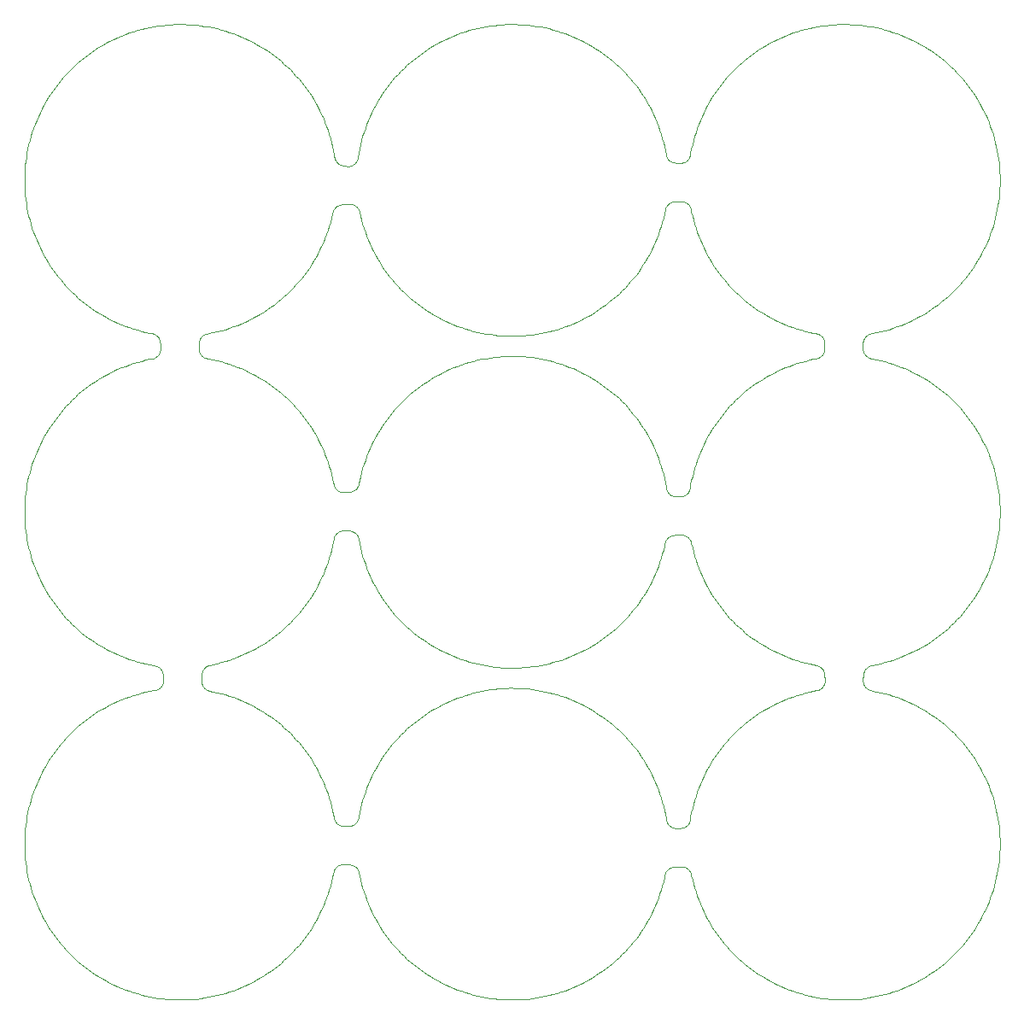
<source format=gko>
%MOIN*%
%OFA0B0*%
%FSLAX44Y44*%
%IPPOS*%
%LPD*%
%ADD10C,0*%
D10*
X00030904Y00013050D02*
X00030904Y00013050D01*
X00030929Y00013044D01*
X00030953Y00013037D01*
X00030977Y00013028D01*
X00031001Y00013018D01*
X00031024Y00013006D01*
X00031045Y00012993D01*
X00031067Y00012979D01*
X00031087Y00012963D01*
X00031105Y00012946D01*
X00031123Y00012927D01*
X00031140Y00012908D01*
X00031155Y00012887D01*
X00031169Y00012866D01*
X00031182Y00012844D01*
X00031193Y00012820D01*
X00031202Y00012797D01*
X00031210Y00012772D01*
X00031216Y00012748D01*
X00031221Y00012723D01*
X00031224Y00012697D01*
X00031242Y00012492D01*
X00031244Y00012463D01*
X00031243Y00012434D01*
X00031240Y00012405D01*
X00031235Y00012377D01*
X00031228Y00012349D01*
X00031219Y00012321D01*
X00031208Y00012294D01*
X00031195Y00012268D01*
X00031180Y00012243D01*
X00031164Y00012220D01*
X00031145Y00012197D01*
X00031125Y00012176D01*
X00031104Y00012157D01*
X00031081Y00012139D01*
X00031057Y00012123D01*
X00031031Y00012108D01*
X00031005Y00012096D01*
X00030978Y00012085D01*
X00030950Y00012077D01*
X00030922Y00012071D01*
X00030795Y00012047D01*
X00030633Y00012012D01*
X00030472Y00011973D01*
X00030312Y00011930D01*
X00030154Y00011882D01*
X00029997Y00011830D01*
X00029841Y00011774D01*
X00029687Y00011714D01*
X00029535Y00011649D01*
X00029385Y00011580D01*
X00029236Y00011508D01*
X00029089Y00011431D01*
X00028945Y00011350D01*
X00028803Y00011265D01*
X00028663Y00011177D01*
X00028526Y00011085D01*
X00028391Y00010989D01*
X00028259Y00010889D01*
X00028130Y00010786D01*
X00028003Y00010679D01*
X00027880Y00010569D01*
X00027759Y00010456D01*
X00027642Y00010339D01*
X00027527Y00010219D01*
X00027417Y00010097D01*
X00027309Y00009971D01*
X00027205Y00009842D01*
X00027105Y00009711D01*
X00027008Y00009577D01*
X00026914Y00009440D01*
X00026825Y00009301D01*
X00026739Y00009159D01*
X00026658Y00009015D01*
X00026580Y00008869D01*
X00026506Y00008721D01*
X00026436Y00008571D01*
X00026371Y00008419D01*
X00026309Y00008266D01*
X00026252Y00008111D01*
X00026199Y00007954D01*
X00026150Y00007796D01*
X00026106Y00007636D01*
X00026066Y00007476D01*
X00026030Y00007314D01*
X00025998Y00007152D01*
X00025977Y00007023D01*
X00025972Y00006997D01*
X00025965Y00006970D01*
X00025956Y00006945D01*
X00025945Y00006920D01*
X00025933Y00006895D01*
X00025918Y00006872D01*
X00025903Y00006850D01*
X00025886Y00006829D01*
X00025867Y00006809D01*
X00025847Y00006790D01*
X00025826Y00006773D01*
X00025803Y00006757D01*
X00025780Y00006743D01*
X00025756Y00006731D01*
X00025731Y00006720D01*
X00025705Y00006711D01*
X00025679Y00006704D01*
X00025652Y00006699D01*
X00025625Y00006695D01*
X00025598Y00006694D01*
X00025441Y00006690D01*
X00025412Y00006691D01*
X00025384Y00006693D01*
X00025356Y00006698D01*
X00025328Y00006704D01*
X00025301Y00006712D01*
X00025275Y00006723D01*
X00025249Y00006735D01*
X00025225Y00006749D01*
X00025201Y00006765D01*
X00025179Y00006783D01*
X00025158Y00006802D01*
X00025138Y00006822D01*
X00025120Y00006844D01*
X00025103Y00006867D01*
X00025089Y00006891D01*
X00025076Y00006917D01*
X00025065Y00006943D01*
X00025055Y00006970D01*
X00025048Y00006997D01*
X00025043Y00007025D01*
X00025036Y00007070D01*
X00025007Y00007233D01*
X00024973Y00007395D01*
X00024935Y00007556D01*
X00024893Y00007716D01*
X00024847Y00007875D01*
X00024796Y00008032D01*
X00024741Y00008188D01*
X00024681Y00008343D01*
X00024618Y00008496D01*
X00024550Y00008647D01*
X00024478Y00008796D01*
X00024402Y00008943D01*
X00024322Y00009088D01*
X00024239Y00009230D01*
X00024151Y00009371D01*
X00024060Y00009509D01*
X00023965Y00009644D01*
X00023866Y00009777D01*
X00023764Y00009907D01*
X00023658Y00010034D01*
X00023549Y00010158D01*
X00023436Y00010280D01*
X00023321Y00010398D01*
X00023202Y00010513D01*
X00023080Y00010625D01*
X00022955Y00010733D01*
X00022827Y00010838D01*
X00022696Y00010939D01*
X00022562Y00011037D01*
X00022426Y00011131D01*
X00022288Y00011222D01*
X00022147Y00011308D01*
X00022004Y00011391D01*
X00021858Y00011470D01*
X00021710Y00011544D01*
X00021561Y00011615D01*
X00021410Y00011682D01*
X00021256Y00011744D01*
X00021102Y00011803D01*
X00020945Y00011857D01*
X00020787Y00011907D01*
X00020628Y00011952D01*
X00020468Y00011993D01*
X00020307Y00012030D01*
X00020145Y00012063D01*
X00019982Y00012091D01*
X00019818Y00012114D01*
X00019653Y00012133D01*
X00019489Y00012148D01*
X00019324Y00012158D01*
X00019158Y00012164D01*
X00018993Y00012165D01*
X00018827Y00012161D01*
X00018662Y00012154D01*
X00018497Y00012141D01*
X00018332Y00012124D01*
X00018168Y00012103D01*
X00018005Y00012077D01*
X00017842Y00012047D01*
X00017681Y00012012D01*
X00017520Y00011973D01*
X00017360Y00011930D01*
X00017202Y00011882D01*
X00017045Y00011830D01*
X00016889Y00011774D01*
X00016735Y00011714D01*
X00016583Y00011649D01*
X00016432Y00011580D01*
X00016284Y00011508D01*
X00016137Y00011431D01*
X00015993Y00011350D01*
X00015851Y00011265D01*
X00015711Y00011177D01*
X00015573Y00011085D01*
X00015439Y00010989D01*
X00015307Y00010889D01*
X00015177Y00010786D01*
X00015051Y00010679D01*
X00014927Y00010569D01*
X00014807Y00010456D01*
X00014689Y00010339D01*
X00014575Y00010219D01*
X00014464Y00010097D01*
X00014357Y00009971D01*
X00014253Y00009842D01*
X00014152Y00009711D01*
X00014055Y00009577D01*
X00013962Y00009440D01*
X00013873Y00009301D01*
X00013787Y00009159D01*
X00013705Y00009015D01*
X00013627Y00008869D01*
X00013554Y00008721D01*
X00013484Y00008571D01*
X00013418Y00008419D01*
X00013357Y00008266D01*
X00013300Y00008111D01*
X00013246Y00007954D01*
X00013198Y00007796D01*
X00013153Y00007636D01*
X00013113Y00007476D01*
X00013077Y00007314D01*
X00013046Y00007152D01*
X00013039Y00007109D01*
X00013034Y00007082D01*
X00013026Y00007056D01*
X00013018Y00007030D01*
X00013007Y00007005D01*
X00012994Y00006981D01*
X00012980Y00006958D01*
X00012965Y00006935D01*
X00012947Y00006914D01*
X00012929Y00006894D01*
X00012909Y00006876D01*
X00012888Y00006859D01*
X00012865Y00006843D01*
X00012842Y00006829D01*
X00012818Y00006817D01*
X00012793Y00006806D01*
X00012767Y00006797D01*
X00012741Y00006790D01*
X00012714Y00006784D01*
X00012687Y00006781D01*
X00012660Y00006779D01*
X00012475Y00006775D01*
X00012448Y00006775D01*
X00012420Y00006778D01*
X00012392Y00006782D01*
X00012365Y00006788D01*
X00012338Y00006796D01*
X00012312Y00006806D01*
X00012287Y00006818D01*
X00012263Y00006832D01*
X00012239Y00006847D01*
X00012217Y00006864D01*
X00012196Y00006882D01*
X00012176Y00006902D01*
X00012158Y00006923D01*
X00012142Y00006946D01*
X00012127Y00006969D01*
X00012113Y00006994D01*
X00012102Y00007019D01*
X00012092Y00007045D01*
X00012084Y00007072D01*
X00012078Y00007099D01*
X00012055Y00007233D01*
X00012021Y00007395D01*
X00011983Y00007556D01*
X00011941Y00007716D01*
X00011894Y00007875D01*
X00011843Y00008032D01*
X00011788Y00008188D01*
X00011729Y00008343D01*
X00011665Y00008496D01*
X00011597Y00008647D01*
X00011526Y00008796D01*
X00011450Y00008943D01*
X00011370Y00009088D01*
X00011286Y00009230D01*
X00011199Y00009371D01*
X00011108Y00009509D01*
X00011012Y00009644D01*
X00010914Y00009777D01*
X00010811Y00009907D01*
X00010706Y00010034D01*
X00010597Y00010158D01*
X00010484Y00010280D01*
X00010368Y00010398D01*
X00010249Y00010513D01*
X00010127Y00010625D01*
X00010002Y00010733D01*
X00009874Y00010838D01*
X00009743Y00010939D01*
X00009610Y00011037D01*
X00009474Y00011131D01*
X00009335Y00011222D01*
X00009194Y00011308D01*
X00009051Y00011391D01*
X00008906Y00011470D01*
X00008758Y00011544D01*
X00008609Y00011615D01*
X00008457Y00011682D01*
X00008304Y00011744D01*
X00008149Y00011803D01*
X00007993Y00011857D01*
X00007835Y00011907D01*
X00007676Y00011952D01*
X00007516Y00011993D01*
X00007354Y00012030D01*
X00007224Y00012056D01*
X00007197Y00012063D01*
X00007170Y00012071D01*
X00007144Y00012082D01*
X00007118Y00012094D01*
X00007094Y00012108D01*
X00007071Y00012123D01*
X00007048Y00012140D01*
X00007028Y00012159D01*
X00007008Y00012179D01*
X00006990Y00012201D01*
X00006974Y00012224D01*
X00006959Y00012248D01*
X00006946Y00012273D01*
X00006935Y00012298D01*
X00006925Y00012325D01*
X00006918Y00012352D01*
X00006912Y00012379D01*
X00006909Y00012407D01*
X00006907Y00012435D01*
X00006908Y00012463D01*
X00006921Y00012698D01*
X00006923Y00012724D01*
X00006927Y00012750D01*
X00006932Y00012775D01*
X00006940Y00012800D01*
X00006949Y00012824D01*
X00006959Y00012848D01*
X00006971Y00012871D01*
X00006985Y00012893D01*
X00007000Y00012915D01*
X00007016Y00012935D01*
X00007034Y00012954D01*
X00007053Y00012972D01*
X00007073Y00012988D01*
X00007094Y00013003D01*
X00007116Y00013017D01*
X00007139Y00013030D01*
X00007162Y00013040D01*
X00007186Y00013050D01*
X00007211Y00013057D01*
X00007237Y00013063D01*
X00007354Y00013087D01*
X00007516Y00013123D01*
X00007676Y00013165D01*
X00007835Y00013210D01*
X00007993Y00013260D01*
X00008149Y00013314D01*
X00008304Y00013372D01*
X00008457Y00013435D01*
X00008609Y00013502D01*
X00008758Y00013572D01*
X00008906Y00013647D01*
X00009051Y00013726D01*
X00009194Y00013809D01*
X00009335Y00013895D01*
X00009474Y00013986D01*
X00009610Y00014080D01*
X00009743Y00014178D01*
X00009874Y00014279D01*
X00010002Y00014384D01*
X00010127Y00014492D01*
X00010249Y00014604D01*
X00010368Y00014719D01*
X00010484Y00014837D01*
X00010597Y00014958D01*
X00010706Y00015083D01*
X00010811Y00015210D01*
X00010914Y00015340D01*
X00011012Y00015473D01*
X00011108Y00015608D01*
X00011199Y00015746D01*
X00011286Y00015887D01*
X00011370Y00016029D01*
X00011450Y00016174D01*
X00011526Y00016321D01*
X00011597Y00016470D01*
X00011665Y00016621D01*
X00011729Y00016774D01*
X00011788Y00016928D01*
X00011843Y00017084D01*
X00011894Y00017242D01*
X00011941Y00017401D01*
X00011983Y00017561D01*
X00012021Y00017722D01*
X00012055Y00017884D01*
X00012074Y00017991D01*
X00012080Y00018019D01*
X00012088Y00018046D01*
X00012098Y00018073D01*
X00012110Y00018099D01*
X00012123Y00018124D01*
X00012139Y00018147D01*
X00012156Y00018170D01*
X00012175Y00018192D01*
X00012195Y00018212D01*
X00012217Y00018230D01*
X00012240Y00018247D01*
X00012264Y00018262D01*
X00012289Y00018276D01*
X00012315Y00018287D01*
X00012342Y00018297D01*
X00012369Y00018304D01*
X00012397Y00018310D01*
X00012425Y00018314D01*
X00012454Y00018315D01*
X00012482Y00018315D01*
X00012677Y00018304D01*
X00012704Y00018302D01*
X00012730Y00018298D01*
X00012756Y00018292D01*
X00012781Y00018284D01*
X00012806Y00018275D01*
X00012831Y00018264D01*
X00012854Y00018251D01*
X00012877Y00018237D01*
X00012898Y00018221D01*
X00012919Y00018204D01*
X00012938Y00018186D01*
X00012956Y00018166D01*
X00012972Y00018145D01*
X00012988Y00018123D01*
X00013001Y00018100D01*
X00013013Y00018077D01*
X00013024Y00018052D01*
X00013032Y00018027D01*
X00013039Y00018001D01*
X00013044Y00017975D01*
X00013046Y00017965D01*
X00013077Y00017802D01*
X00013113Y00017641D01*
X00013153Y00017480D01*
X00013198Y00017321D01*
X00013246Y00017163D01*
X00013300Y00017006D01*
X00013357Y00016851D01*
X00013418Y00016697D01*
X00013484Y00016546D01*
X00013554Y00016396D01*
X00013627Y00016247D01*
X00013705Y00016101D01*
X00013787Y00015958D01*
X00013873Y00015816D01*
X00013962Y00015677D01*
X00014055Y00015540D01*
X00014152Y00015406D01*
X00014253Y00015275D01*
X00014357Y00015146D01*
X00014464Y00015020D01*
X00014575Y00014897D01*
X00014689Y00014778D01*
X00014807Y00014661D01*
X00014927Y00014548D01*
X00015051Y00014438D01*
X00015177Y00014331D01*
X00015307Y00014228D01*
X00015439Y00014128D01*
X00015573Y00014032D01*
X00015711Y00013940D01*
X00015851Y00013852D01*
X00015993Y00013767D01*
X00016137Y00013686D01*
X00016284Y00013609D01*
X00016432Y00013537D01*
X00016583Y00013468D01*
X00016735Y00013403D01*
X00016889Y00013343D01*
X00017045Y00013287D01*
X00017202Y00013235D01*
X00017360Y00013187D01*
X00017520Y00013144D01*
X00017681Y00013105D01*
X00017842Y00013070D01*
X00018005Y00013040D01*
X00018168Y00013014D01*
X00018332Y00012993D01*
X00018497Y00012976D01*
X00018662Y00012963D01*
X00018827Y00012956D01*
X00018993Y00012952D01*
X00019158Y00012953D01*
X00019324Y00012959D01*
X00019489Y00012969D01*
X00019653Y00012984D01*
X00019818Y00013003D01*
X00019982Y00013026D01*
X00020145Y00013054D01*
X00020307Y00013087D01*
X00020468Y00013123D01*
X00020628Y00013165D01*
X00020787Y00013210D01*
X00020945Y00013260D01*
X00021102Y00013314D01*
X00021256Y00013372D01*
X00021410Y00013435D01*
X00021561Y00013502D01*
X00021710Y00013572D01*
X00021858Y00013647D01*
X00022004Y00013726D01*
X00022147Y00013809D01*
X00022288Y00013895D01*
X00022426Y00013986D01*
X00022562Y00014080D01*
X00022696Y00014178D01*
X00022827Y00014279D01*
X00022955Y00014384D01*
X00023080Y00014492D01*
X00023202Y00014604D01*
X00023321Y00014719D01*
X00023436Y00014837D01*
X00023549Y00014958D01*
X00023658Y00015083D01*
X00023764Y00015210D01*
X00023866Y00015340D01*
X00023965Y00015473D01*
X00024060Y00015608D01*
X00024151Y00015746D01*
X00024239Y00015887D01*
X00024322Y00016029D01*
X00024402Y00016174D01*
X00024478Y00016321D01*
X00024550Y00016470D01*
X00024618Y00016621D01*
X00024681Y00016774D01*
X00024741Y00016928D01*
X00024796Y00017084D01*
X00024847Y00017242D01*
X00024893Y00017401D01*
X00024935Y00017561D01*
X00024973Y00017722D01*
X00024993Y00017818D01*
X00025000Y00017844D01*
X00025007Y00017869D01*
X00025017Y00017894D01*
X00025028Y00017917D01*
X00025041Y00017941D01*
X00025055Y00017963D01*
X00025071Y00017984D01*
X00025088Y00018004D01*
X00025107Y00018023D01*
X00025126Y00018040D01*
X00025147Y00018057D01*
X00025169Y00018071D01*
X00025192Y00018085D01*
X00025215Y00018096D01*
X00025239Y00018107D01*
X00025264Y00018115D01*
X00025290Y00018122D01*
X00025316Y00018127D01*
X00025342Y00018130D01*
X00025368Y00018132D01*
X00025629Y00018139D01*
X00025657Y00018139D01*
X00025684Y00018137D01*
X00025712Y00018133D01*
X00025739Y00018127D01*
X00025765Y00018119D01*
X00025791Y00018109D01*
X00025817Y00018097D01*
X00025841Y00018084D01*
X00025864Y00018069D01*
X00025886Y00018053D01*
X00025907Y00018034D01*
X00025927Y00018015D01*
X00025945Y00017994D01*
X00025962Y00017972D01*
X00025977Y00017949D01*
X00025990Y00017925D01*
X00026002Y00017899D01*
X00026012Y00017874D01*
X00026020Y00017847D01*
X00026026Y00017820D01*
X00026030Y00017802D01*
X00026066Y00017641D01*
X00026106Y00017480D01*
X00026150Y00017321D01*
X00026199Y00017163D01*
X00026252Y00017006D01*
X00026309Y00016851D01*
X00026371Y00016697D01*
X00026436Y00016546D01*
X00026506Y00016396D01*
X00026580Y00016247D01*
X00026658Y00016101D01*
X00026739Y00015958D01*
X00026825Y00015816D01*
X00026914Y00015677D01*
X00027008Y00015540D01*
X00027105Y00015406D01*
X00027205Y00015275D01*
X00027309Y00015146D01*
X00027417Y00015020D01*
X00027527Y00014897D01*
X00027642Y00014778D01*
X00027759Y00014661D01*
X00027880Y00014548D01*
X00028003Y00014438D01*
X00028130Y00014331D01*
X00028259Y00014228D01*
X00028391Y00014128D01*
X00028526Y00014032D01*
X00028663Y00013940D01*
X00028803Y00013852D01*
X00028945Y00013767D01*
X00029089Y00013686D01*
X00029236Y00013609D01*
X00029385Y00013537D01*
X00029535Y00013468D01*
X00029687Y00013403D01*
X00029841Y00013343D01*
X00029997Y00013287D01*
X00030154Y00013235D01*
X00030312Y00013187D01*
X00030472Y00013144D01*
X00030633Y00013105D01*
X00030795Y00013070D01*
X00030904Y00013050D01*
X00007128Y00025026D02*
X00007128Y00025026D01*
X00007128Y00025026D01*
X00007100Y00025032D01*
X00007073Y00025040D01*
X00007047Y00025049D01*
X00007021Y00025061D01*
X00006996Y00025074D01*
X00006972Y00025089D01*
X00006950Y00025106D01*
X00006928Y00025124D01*
X00006908Y00025144D01*
X00006890Y00025165D01*
X00006873Y00025188D01*
X00006857Y00025211D01*
X00006844Y00025236D01*
X00006832Y00025262D01*
X00006822Y00025288D01*
X00006814Y00025315D01*
X00006807Y00025342D01*
X00006803Y00025370D01*
X00006801Y00025398D01*
X00006801Y00025427D01*
X00006807Y00025621D01*
X00006809Y00025648D01*
X00006812Y00025675D01*
X00006818Y00025701D01*
X00006825Y00025727D01*
X00006834Y00025753D01*
X00006845Y00025777D01*
X00006857Y00025801D01*
X00006871Y00025824D01*
X00006887Y00025846D01*
X00006904Y00025867D01*
X00006922Y00025887D01*
X00006942Y00025905D01*
X00006963Y00025922D01*
X00006985Y00025938D01*
X00007008Y00025952D01*
X00007031Y00025964D01*
X00007056Y00025975D01*
X00007082Y00025984D01*
X00007108Y00025991D01*
X00007134Y00025997D01*
X00007192Y00026007D01*
X00007354Y00026039D01*
X00007516Y00026076D01*
X00007676Y00026117D01*
X00007835Y00026163D01*
X00007993Y00026213D01*
X00008149Y00026267D01*
X00008304Y00026325D01*
X00008457Y00026388D01*
X00008609Y00026454D01*
X00008758Y00026525D01*
X00008906Y00026600D01*
X00009051Y00026679D01*
X00009194Y00026761D01*
X00009335Y00026848D01*
X00009474Y00026938D01*
X00009610Y00027033D01*
X00009743Y00027130D01*
X00009874Y00027232D01*
X00010002Y00027337D01*
X00010127Y00027445D01*
X00010249Y00027557D01*
X00010368Y00027672D01*
X00010484Y00027790D01*
X00010597Y00027911D01*
X00010706Y00028035D01*
X00010811Y00028163D01*
X00010914Y00028293D01*
X00011012Y00028425D01*
X00011108Y00028561D01*
X00011199Y00028699D01*
X00011286Y00028839D01*
X00011370Y00028982D01*
X00011450Y00029127D01*
X00011526Y00029274D01*
X00011597Y00029423D01*
X00011665Y00029574D01*
X00011729Y00029727D01*
X00011788Y00029881D01*
X00011843Y00030037D01*
X00011894Y00030194D01*
X00011941Y00030353D01*
X00011983Y00030513D01*
X00012021Y00030674D01*
X00012031Y00030720D01*
X00012037Y00030745D01*
X00012044Y00030770D01*
X00012053Y00030793D01*
X00012064Y00030817D01*
X00012076Y00030839D01*
X00012090Y00030861D01*
X00012105Y00030881D01*
X00012121Y00030901D01*
X00012138Y00030920D01*
X00012157Y00030937D01*
X00012177Y00030953D01*
X00012198Y00030968D01*
X00012219Y00030982D01*
X00012242Y00030994D01*
X00012265Y00031004D01*
X00012289Y00031013D01*
X00012313Y00031021D01*
X00012338Y00031027D01*
X00012363Y00031031D01*
X00012389Y00031033D01*
X00012668Y00031053D01*
X00012696Y00031054D01*
X00012724Y00031053D01*
X00012752Y00031050D01*
X00012779Y00031045D01*
X00012806Y00031038D01*
X00012833Y00031029D01*
X00012859Y00031018D01*
X00012884Y00031006D01*
X00012908Y00030991D01*
X00012931Y00030975D01*
X00012953Y00030958D01*
X00012973Y00030939D01*
X00012992Y00030918D01*
X00013010Y00030897D01*
X00013026Y00030874D01*
X00013040Y00030850D01*
X00013053Y00030825D01*
X00013064Y00030799D01*
X00013073Y00030772D01*
X00013080Y00030745D01*
X00013113Y00030594D01*
X00013153Y00030433D01*
X00013198Y00030274D01*
X00013246Y00030116D01*
X00013300Y00029959D01*
X00013357Y00029804D01*
X00013418Y00029650D01*
X00013484Y00029498D01*
X00013554Y00029348D01*
X00013627Y00029200D01*
X00013705Y00029054D01*
X00013787Y00028910D01*
X00013873Y00028769D01*
X00013962Y00028630D01*
X00014055Y00028493D01*
X00014152Y00028359D01*
X00014253Y00028227D01*
X00014357Y00028099D01*
X00014464Y00027973D01*
X00014575Y00027850D01*
X00014689Y00027730D01*
X00014807Y00027614D01*
X00014927Y00027500D01*
X00015051Y00027390D01*
X00015177Y00027284D01*
X00015307Y00027181D01*
X00015439Y00027081D01*
X00015573Y00026985D01*
X00015711Y00026893D01*
X00015851Y00026804D01*
X00015993Y00026720D01*
X00016137Y00026639D01*
X00016284Y00026562D01*
X00016432Y00026489D01*
X00016583Y00026420D01*
X00016735Y00026356D01*
X00016889Y00026295D01*
X00017045Y00026239D01*
X00017202Y00026187D01*
X00017360Y00026140D01*
X00017520Y00026096D01*
X00017681Y00026057D01*
X00017842Y00026023D01*
X00018005Y00025992D01*
X00018168Y00025967D01*
X00018332Y00025945D01*
X00018497Y00025928D01*
X00018662Y00025916D01*
X00018827Y00025908D01*
X00018993Y00025905D01*
X00019158Y00025906D01*
X00019324Y00025912D01*
X00019489Y00025922D01*
X00019653Y00025936D01*
X00019818Y00025955D01*
X00019982Y00025979D01*
X00020145Y00026007D01*
X00020307Y00026039D01*
X00020468Y00026076D01*
X00020628Y00026117D01*
X00020787Y00026163D01*
X00020945Y00026213D01*
X00021102Y00026267D01*
X00021256Y00026325D01*
X00021410Y00026388D01*
X00021561Y00026454D01*
X00021710Y00026525D01*
X00021858Y00026600D01*
X00022004Y00026679D01*
X00022147Y00026761D01*
X00022288Y00026848D01*
X00022426Y00026938D01*
X00022562Y00027033D01*
X00022696Y00027130D01*
X00022827Y00027232D01*
X00022955Y00027337D01*
X00023080Y00027445D01*
X00023202Y00027557D01*
X00023321Y00027672D01*
X00023436Y00027790D01*
X00023549Y00027911D01*
X00023658Y00028035D01*
X00023764Y00028163D01*
X00023866Y00028293D01*
X00023965Y00028425D01*
X00024060Y00028561D01*
X00024151Y00028699D01*
X00024239Y00028839D01*
X00024322Y00028982D01*
X00024402Y00029127D01*
X00024478Y00029274D01*
X00024550Y00029423D01*
X00024618Y00029574D01*
X00024681Y00029727D01*
X00024741Y00029881D01*
X00024796Y00030037D01*
X00024847Y00030194D01*
X00024893Y00030353D01*
X00024935Y00030513D01*
X00024973Y00030674D01*
X00025007Y00030836D01*
X00025007Y00030836D01*
X00025013Y00030861D01*
X00025021Y00030886D01*
X00025030Y00030911D01*
X00025042Y00030935D01*
X00025054Y00030958D01*
X00025068Y00030980D01*
X00025084Y00031001D01*
X00025101Y00031021D01*
X00025119Y00031040D01*
X00025139Y00031057D01*
X00025160Y00031074D01*
X00025181Y00031088D01*
X00025204Y00031102D01*
X00025227Y00031114D01*
X00025252Y00031124D01*
X00025277Y00031132D01*
X00025302Y00031139D01*
X00025328Y00031144D01*
X00025354Y00031148D01*
X00025380Y00031150D01*
X00025615Y00031157D01*
X00025643Y00031157D01*
X00025670Y00031155D01*
X00025698Y00031151D01*
X00025725Y00031145D01*
X00025752Y00031137D01*
X00025778Y00031127D01*
X00025803Y00031116D01*
X00025827Y00031103D01*
X00025851Y00031088D01*
X00025873Y00031071D01*
X00025894Y00031053D01*
X00025914Y00031033D01*
X00025932Y00031012D01*
X00025949Y00030990D01*
X00025964Y00030967D01*
X00025978Y00030943D01*
X00025990Y00030918D01*
X00025999Y00030892D01*
X00026008Y00030865D01*
X00026014Y00030838D01*
X00026030Y00030755D01*
X00026066Y00030594D01*
X00026106Y00030433D01*
X00026150Y00030274D01*
X00026199Y00030116D01*
X00026252Y00029959D01*
X00026309Y00029804D01*
X00026371Y00029650D01*
X00026436Y00029498D01*
X00026506Y00029348D01*
X00026580Y00029200D01*
X00026658Y00029054D01*
X00026739Y00028910D01*
X00026825Y00028769D01*
X00026914Y00028630D01*
X00027008Y00028493D01*
X00027105Y00028359D01*
X00027205Y00028227D01*
X00027309Y00028099D01*
X00027417Y00027973D01*
X00027527Y00027850D01*
X00027642Y00027730D01*
X00027759Y00027614D01*
X00027880Y00027500D01*
X00028003Y00027390D01*
X00028130Y00027284D01*
X00028259Y00027181D01*
X00028391Y00027081D01*
X00028526Y00026985D01*
X00028663Y00026893D01*
X00028803Y00026804D01*
X00028945Y00026720D01*
X00029089Y00026639D01*
X00029236Y00026562D01*
X00029385Y00026489D01*
X00029535Y00026420D01*
X00029687Y00026356D01*
X00029841Y00026295D01*
X00029997Y00026239D01*
X00030154Y00026187D01*
X00030312Y00026140D01*
X00030472Y00026096D01*
X00030633Y00026057D01*
X00030795Y00026023D01*
X00030903Y00026002D01*
X00030930Y00025997D01*
X00030956Y00025989D01*
X00030981Y00025979D01*
X00031006Y00025968D01*
X00031030Y00025955D01*
X00031053Y00025940D01*
X00031075Y00025924D01*
X00031096Y00025907D01*
X00031115Y00025888D01*
X00031134Y00025867D01*
X00031150Y00025846D01*
X00031166Y00025823D01*
X00031179Y00025799D01*
X00031191Y00025775D01*
X00031201Y00025750D01*
X00031210Y00025724D01*
X00031216Y00025697D01*
X00031221Y00025670D01*
X00031224Y00025643D01*
X00031225Y00025616D01*
X00031225Y00025407D01*
X00031224Y00025380D01*
X00031221Y00025353D01*
X00031217Y00025326D01*
X00031210Y00025299D01*
X00031202Y00025273D01*
X00031192Y00025248D01*
X00031180Y00025223D01*
X00031166Y00025200D01*
X00031151Y00025177D01*
X00031134Y00025155D01*
X00031116Y00025135D01*
X00031097Y00025116D01*
X00031076Y00025098D01*
X00031054Y00025082D01*
X00031031Y00025067D01*
X00031007Y00025054D01*
X00030982Y00025043D01*
X00030956Y00025033D01*
X00030930Y00025026D01*
X00030903Y00025020D01*
X00030795Y00025000D01*
X00030633Y00024965D01*
X00030472Y00024926D01*
X00030312Y00024883D01*
X00030154Y00024835D01*
X00029997Y00024783D01*
X00029841Y00024727D01*
X00029687Y00024666D01*
X00029535Y00024602D01*
X00029385Y00024533D01*
X00029236Y00024460D01*
X00029089Y00024383D01*
X00028945Y00024303D01*
X00028803Y00024218D01*
X00028663Y00024129D01*
X00028526Y00024037D01*
X00028391Y00023941D01*
X00028259Y00023842D01*
X00028130Y00023738D01*
X00028003Y00023632D01*
X00027880Y00023522D01*
X00027759Y00023408D01*
X00027642Y00023292D01*
X00027527Y00023172D01*
X00027417Y00023049D01*
X00027309Y00022924D01*
X00027205Y00022795D01*
X00027105Y00022663D01*
X00027008Y00022529D01*
X00026914Y00022393D01*
X00026825Y00022253D01*
X00026739Y00022112D01*
X00026658Y00021968D01*
X00026580Y00021822D01*
X00026506Y00021674D01*
X00026436Y00021524D01*
X00026371Y00021372D01*
X00026309Y00021218D01*
X00026252Y00021063D01*
X00026199Y00020907D01*
X00026150Y00020748D01*
X00026106Y00020589D01*
X00026066Y00020429D01*
X00026030Y00020267D01*
X00025998Y00020105D01*
X00025976Y00019966D01*
X00025970Y00019939D01*
X00025963Y00019913D01*
X00025954Y00019887D01*
X00025943Y00019862D01*
X00025931Y00019838D01*
X00025917Y00019815D01*
X00025901Y00019792D01*
X00025884Y00019771D01*
X00025865Y00019751D01*
X00025845Y00019733D01*
X00025824Y00019716D01*
X00025802Y00019700D01*
X00025779Y00019686D01*
X00025754Y00019673D01*
X00025729Y00019663D01*
X00025704Y00019654D01*
X00025677Y00019647D01*
X00025651Y00019641D01*
X00025623Y00019638D01*
X00025596Y00019636D01*
X00025443Y00019633D01*
X00025414Y00019633D01*
X00025386Y00019635D01*
X00025358Y00019640D01*
X00025330Y00019646D01*
X00025303Y00019655D01*
X00025277Y00019665D01*
X00025251Y00019678D01*
X00025226Y00019692D01*
X00025203Y00019707D01*
X00025180Y00019725D01*
X00025159Y00019744D01*
X00025140Y00019765D01*
X00025121Y00019786D01*
X00025105Y00019810D01*
X00025090Y00019834D01*
X00025077Y00019859D01*
X00025066Y00019885D01*
X00025057Y00019912D01*
X00025050Y00019940D01*
X00025044Y00019968D01*
X00025036Y00020023D01*
X00025007Y00020186D01*
X00024973Y00020348D01*
X00024935Y00020509D01*
X00024893Y00020669D01*
X00024847Y00020828D01*
X00024796Y00020985D01*
X00024741Y00021141D01*
X00024681Y00021296D01*
X00024618Y00021448D01*
X00024550Y00021599D01*
X00024478Y00021748D01*
X00024402Y00021895D01*
X00024322Y00022040D01*
X00024239Y00022183D01*
X00024151Y00022323D01*
X00024060Y00022461D01*
X00023965Y00022597D01*
X00023866Y00022730D01*
X00023764Y00022860D01*
X00023658Y00022987D01*
X00023549Y00023111D01*
X00023436Y00023232D01*
X00023321Y00023351D01*
X00023202Y00023466D01*
X00023080Y00023577D01*
X00022955Y00023686D01*
X00022827Y00023790D01*
X00022696Y00023892D01*
X00022562Y00023990D01*
X00022426Y00024084D01*
X00022288Y00024174D01*
X00022147Y00024261D01*
X00022004Y00024343D01*
X00021858Y00024422D01*
X00021710Y00024497D01*
X00021561Y00024568D01*
X00021410Y00024635D01*
X00021256Y00024697D01*
X00021102Y00024755D01*
X00020945Y00024810D01*
X00020787Y00024859D01*
X00020628Y00024905D01*
X00020468Y00024946D01*
X00020307Y00024983D01*
X00020145Y00025015D01*
X00019982Y00025043D01*
X00019818Y00025067D01*
X00019653Y00025086D01*
X00019489Y00025101D01*
X00019324Y00025111D01*
X00019158Y00025116D01*
X00018993Y00025117D01*
X00018827Y00025114D01*
X00018662Y00025106D01*
X00018497Y00025094D01*
X00018332Y00025077D01*
X00018168Y00025056D01*
X00018005Y00025030D01*
X00017842Y00025000D01*
X00017681Y00024965D01*
X00017520Y00024926D01*
X00017360Y00024883D01*
X00017202Y00024835D01*
X00017045Y00024783D01*
X00016889Y00024727D01*
X00016735Y00024666D01*
X00016583Y00024602D01*
X00016432Y00024533D01*
X00016284Y00024460D01*
X00016137Y00024383D01*
X00015993Y00024303D01*
X00015851Y00024218D01*
X00015711Y00024129D01*
X00015573Y00024037D01*
X00015439Y00023941D01*
X00015307Y00023842D01*
X00015177Y00023738D01*
X00015051Y00023632D01*
X00014927Y00023522D01*
X00014807Y00023408D01*
X00014689Y00023292D01*
X00014575Y00023172D01*
X00014464Y00023049D01*
X00014357Y00022924D01*
X00014253Y00022795D01*
X00014152Y00022663D01*
X00014055Y00022529D01*
X00013962Y00022393D01*
X00013873Y00022253D01*
X00013787Y00022112D01*
X00013705Y00021968D01*
X00013627Y00021822D01*
X00013554Y00021674D01*
X00013484Y00021524D01*
X00013418Y00021372D01*
X00013357Y00021218D01*
X00013300Y00021063D01*
X00013246Y00020907D01*
X00013198Y00020748D01*
X00013153Y00020589D01*
X00013113Y00020429D01*
X00013077Y00020267D01*
X00013053Y00020140D01*
X00013047Y00020116D01*
X00013040Y00020091D01*
X00013032Y00020068D01*
X00013021Y00020045D01*
X00013010Y00020022D01*
X00012997Y00020001D01*
X00012982Y00019980D01*
X00012967Y00019960D01*
X00012950Y00019941D01*
X00012932Y00019924D01*
X00012913Y00019908D01*
X00012892Y00019892D01*
X00012871Y00019879D01*
X00012849Y00019866D01*
X00012827Y00019855D01*
X00012803Y00019846D01*
X00012779Y00019838D01*
X00012755Y00019831D01*
X00012730Y00019826D01*
X00012705Y00019823D01*
X00012492Y00019802D01*
X00012463Y00019800D01*
X00012433Y00019800D01*
X00012404Y00019803D01*
X00012375Y00019808D01*
X00012346Y00019815D01*
X00012318Y00019824D01*
X00012291Y00019835D01*
X00012265Y00019848D01*
X00012240Y00019863D01*
X00012216Y00019880D01*
X00012193Y00019898D01*
X00012172Y00019918D01*
X00012152Y00019940D01*
X00012134Y00019963D01*
X00012117Y00019988D01*
X00012103Y00020013D01*
X00012091Y00020040D01*
X00012080Y00020067D01*
X00012072Y00020096D01*
X00012066Y00020124D01*
X00012055Y00020186D01*
X00012021Y00020348D01*
X00011983Y00020509D01*
X00011941Y00020669D01*
X00011894Y00020828D01*
X00011843Y00020985D01*
X00011788Y00021141D01*
X00011729Y00021296D01*
X00011665Y00021448D01*
X00011597Y00021599D01*
X00011526Y00021748D01*
X00011450Y00021895D01*
X00011370Y00022040D01*
X00011286Y00022183D01*
X00011199Y00022323D01*
X00011108Y00022461D01*
X00011012Y00022597D01*
X00010914Y00022730D01*
X00010811Y00022860D01*
X00010706Y00022987D01*
X00010597Y00023111D01*
X00010484Y00023232D01*
X00010368Y00023351D01*
X00010249Y00023466D01*
X00010127Y00023577D01*
X00010002Y00023686D01*
X00009874Y00023790D01*
X00009743Y00023892D01*
X00009610Y00023990D01*
X00009474Y00024084D01*
X00009335Y00024174D01*
X00009194Y00024261D01*
X00009051Y00024343D01*
X00008906Y00024422D01*
X00008758Y00024497D01*
X00008609Y00024568D01*
X00008457Y00024635D01*
X00008304Y00024697D01*
X00008149Y00024755D01*
X00007993Y00024810D01*
X00007835Y00024859D01*
X00007676Y00024905D01*
X00007516Y00024946D01*
X00007354Y00024983D01*
X00007192Y00025015D01*
X00007128Y00025026D01*
X00004978Y00026006D02*
X00004978Y00026006D01*
X00004978Y00026006D01*
X00005005Y00026000D01*
X00005030Y00025993D01*
X00005055Y00025984D01*
X00005080Y00025973D01*
X00005103Y00025960D01*
X00005126Y00025946D01*
X00005148Y00025930D01*
X00005168Y00025913D01*
X00005188Y00025895D01*
X00005206Y00025875D01*
X00005222Y00025854D01*
X00005238Y00025832D01*
X00005251Y00025809D01*
X00005263Y00025785D01*
X00005274Y00025761D01*
X00005283Y00025735D01*
X00005290Y00025710D01*
X00005295Y00025683D01*
X00005298Y00025657D01*
X00005300Y00025630D01*
X00005306Y00025416D01*
X00005306Y00025388D01*
X00005304Y00025360D01*
X00005300Y00025332D01*
X00005294Y00025305D01*
X00005286Y00025278D01*
X00005276Y00025252D01*
X00005264Y00025227D01*
X00005251Y00025203D01*
X00005236Y00025179D01*
X00005219Y00025157D01*
X00005201Y00025136D01*
X00005181Y00025116D01*
X00005160Y00025098D01*
X00005138Y00025081D01*
X00005114Y00025066D01*
X00005090Y00025053D01*
X00005065Y00025041D01*
X00005039Y00025031D01*
X00005012Y00025023D01*
X00004985Y00025017D01*
X00004890Y00025000D01*
X00004728Y00024965D01*
X00004567Y00024926D01*
X00004408Y00024883D01*
X00004249Y00024835D01*
X00004092Y00024783D01*
X00003937Y00024727D01*
X00003783Y00024666D01*
X00003630Y00024602D01*
X00003480Y00024533D01*
X00003331Y00024460D01*
X00003185Y00024383D01*
X00003040Y00024303D01*
X00002898Y00024218D01*
X00002758Y00024129D01*
X00002621Y00024037D01*
X00002486Y00023941D01*
X00002354Y00023842D01*
X00002225Y00023738D01*
X00002098Y00023632D01*
X00001975Y00023522D01*
X00001854Y00023408D01*
X00001737Y00023292D01*
X00001623Y00023172D01*
X00001512Y00023049D01*
X00001404Y00022924D01*
X00001300Y00022795D01*
X00001200Y00022663D01*
X00001103Y00022529D01*
X00001010Y00022393D01*
X00000920Y00022253D01*
X00000835Y00022112D01*
X00000753Y00021968D01*
X00000675Y00021822D01*
X00000601Y00021674D01*
X00000532Y00021524D01*
X00000466Y00021372D01*
X00000404Y00021218D01*
X00000347Y00021063D01*
X00000294Y00020907D01*
X00000245Y00020748D01*
X00000201Y00020589D01*
X00000161Y00020429D01*
X00000125Y00020267D01*
X00000094Y00020105D01*
X00000067Y00019941D01*
X00000044Y00019777D01*
X00000026Y00019613D01*
X00000013Y00019448D01*
X00000004Y00019283D01*
X00000000Y00019117D01*
X00000000Y00018952D01*
X00000004Y00018787D01*
X00000013Y00018621D01*
X00000026Y00018457D01*
X00000044Y00018292D01*
X00000067Y00018128D01*
X00000094Y00017965D01*
X00000125Y00017802D01*
X00000161Y00017641D01*
X00000201Y00017480D01*
X00000245Y00017321D01*
X00000294Y00017163D01*
X00000347Y00017006D01*
X00000404Y00016851D01*
X00000466Y00016697D01*
X00000532Y00016546D01*
X00000601Y00016396D01*
X00000675Y00016247D01*
X00000753Y00016101D01*
X00000835Y00015958D01*
X00000920Y00015816D01*
X00001010Y00015677D01*
X00001103Y00015540D01*
X00001200Y00015406D01*
X00001300Y00015275D01*
X00001404Y00015146D01*
X00001512Y00015020D01*
X00001623Y00014897D01*
X00001737Y00014778D01*
X00001854Y00014661D01*
X00001975Y00014548D01*
X00002098Y00014438D01*
X00002225Y00014331D01*
X00002354Y00014228D01*
X00002486Y00014128D01*
X00002621Y00014032D01*
X00002758Y00013940D01*
X00002898Y00013852D01*
X00003040Y00013767D01*
X00003185Y00013686D01*
X00003331Y00013609D01*
X00003480Y00013537D01*
X00003630Y00013468D01*
X00003783Y00013403D01*
X00003937Y00013343D01*
X00004092Y00013287D01*
X00004249Y00013235D01*
X00004408Y00013187D01*
X00004567Y00013144D01*
X00004728Y00013105D01*
X00004890Y00013070D01*
X00005053Y00013040D01*
X00005075Y00013036D01*
X00005101Y00013031D01*
X00005127Y00013024D01*
X00005152Y00013016D01*
X00005177Y00013006D01*
X00005200Y00012994D01*
X00005223Y00012981D01*
X00005245Y00012966D01*
X00005266Y00012950D01*
X00005286Y00012932D01*
X00005304Y00012913D01*
X00005322Y00012893D01*
X00005337Y00012872D01*
X00005352Y00012849D01*
X00005365Y00012826D01*
X00005376Y00012802D01*
X00005386Y00012778D01*
X00005393Y00012752D01*
X00005400Y00012727D01*
X00005404Y00012701D01*
X00005407Y00012674D01*
X00005419Y00012499D01*
X00005420Y00012469D01*
X00005419Y00012440D01*
X00005415Y00012411D01*
X00005410Y00012383D01*
X00005402Y00012354D01*
X00005392Y00012327D01*
X00005381Y00012300D01*
X00005367Y00012274D01*
X00005351Y00012250D01*
X00005334Y00012226D01*
X00005315Y00012204D01*
X00005294Y00012183D01*
X00005272Y00012164D01*
X00005249Y00012147D01*
X00005224Y00012131D01*
X00005198Y00012118D01*
X00005172Y00012106D01*
X00005144Y00012096D01*
X00005116Y00012088D01*
X00005087Y00012083D01*
X00005053Y00012077D01*
X00004890Y00012047D01*
X00004728Y00012012D01*
X00004567Y00011973D01*
X00004408Y00011930D01*
X00004249Y00011882D01*
X00004092Y00011830D01*
X00003937Y00011774D01*
X00003783Y00011714D01*
X00003630Y00011649D01*
X00003480Y00011580D01*
X00003331Y00011508D01*
X00003185Y00011431D01*
X00003040Y00011350D01*
X00002898Y00011265D01*
X00002758Y00011177D01*
X00002621Y00011085D01*
X00002486Y00010989D01*
X00002354Y00010889D01*
X00002225Y00010786D01*
X00002098Y00010679D01*
X00001975Y00010569D01*
X00001854Y00010456D01*
X00001737Y00010339D01*
X00001623Y00010219D01*
X00001512Y00010097D01*
X00001404Y00009971D01*
X00001300Y00009842D01*
X00001200Y00009711D01*
X00001103Y00009577D01*
X00001010Y00009440D01*
X00000920Y00009301D01*
X00000835Y00009159D01*
X00000753Y00009015D01*
X00000675Y00008869D01*
X00000601Y00008721D01*
X00000532Y00008571D01*
X00000466Y00008419D01*
X00000404Y00008266D01*
X00000347Y00008111D01*
X00000294Y00007954D01*
X00000245Y00007796D01*
X00000201Y00007636D01*
X00000161Y00007476D01*
X00000125Y00007314D01*
X00000094Y00007152D01*
X00000067Y00006989D01*
X00000044Y00006825D01*
X00000026Y00006660D01*
X00000013Y00006495D01*
X00000004Y00006330D01*
X00000000Y00006165D01*
X00000000Y00005999D01*
X00000004Y00005834D01*
X00000013Y00005669D01*
X00000026Y00005504D01*
X00000044Y00005339D01*
X00000067Y00005176D01*
X00000094Y00005012D01*
X00000125Y00004850D01*
X00000161Y00004688D01*
X00000201Y00004528D01*
X00000245Y00004368D01*
X00000294Y00004210D01*
X00000347Y00004054D01*
X00000404Y00003898D01*
X00000466Y00003745D01*
X00000532Y00003593D01*
X00000601Y00003443D01*
X00000675Y00003295D01*
X00000753Y00003149D01*
X00000835Y00003005D01*
X00000920Y00002863D01*
X00001010Y00002724D01*
X00001103Y00002588D01*
X00001200Y00002453D01*
X00001300Y00002322D01*
X00001404Y00002193D01*
X00001512Y00002068D01*
X00001623Y00001945D01*
X00001737Y00001825D01*
X00001854Y00001708D01*
X00001975Y00001595D01*
X00002098Y00001485D01*
X00002225Y00001378D01*
X00002354Y00001275D01*
X00002486Y00001176D01*
X00002621Y00001080D01*
X00002758Y00000987D01*
X00002898Y00000899D01*
X00003040Y00000814D01*
X00003185Y00000734D01*
X00003331Y00000657D01*
X00003480Y00000584D01*
X00003630Y00000515D01*
X00003783Y00000451D01*
X00003937Y00000390D01*
X00004092Y00000334D01*
X00004249Y00000282D01*
X00004408Y00000234D01*
X00004567Y00000191D01*
X00004728Y00000152D01*
X00004890Y00000117D01*
X00005053Y00000087D01*
X00005216Y00000061D01*
X00005380Y00000040D01*
X00005545Y00000023D01*
X00005710Y00000011D01*
X00005875Y00000003D01*
X00006040Y00000000D01*
X00006206Y00000001D01*
X00006371Y00000006D01*
X00006536Y00000016D01*
X00006701Y00000031D01*
X00006865Y00000050D01*
X00007029Y00000074D01*
X00007192Y00000102D01*
X00007354Y00000134D01*
X00007516Y00000171D01*
X00007676Y00000212D01*
X00007835Y00000258D01*
X00007993Y00000307D01*
X00008149Y00000361D01*
X00008304Y00000420D01*
X00008457Y00000482D01*
X00008609Y00000549D01*
X00008758Y00000620D01*
X00008906Y00000695D01*
X00009051Y00000773D01*
X00009194Y00000856D01*
X00009335Y00000943D01*
X00009474Y00001033D01*
X00009610Y00001127D01*
X00009743Y00001225D01*
X00009874Y00001326D01*
X00010002Y00001431D01*
X00010127Y00001540D01*
X00010249Y00001651D01*
X00010368Y00001766D01*
X00010484Y00001885D01*
X00010597Y00002006D01*
X00010706Y00002130D01*
X00010811Y00002257D01*
X00010914Y00002387D01*
X00011012Y00002520D01*
X00011108Y00002656D01*
X00011199Y00002794D01*
X00011286Y00002934D01*
X00011370Y00003077D01*
X00011450Y00003222D01*
X00011526Y00003369D01*
X00011597Y00003518D01*
X00011665Y00003669D01*
X00011729Y00003821D01*
X00011788Y00003976D01*
X00011843Y00004132D01*
X00011894Y00004289D01*
X00011941Y00004448D01*
X00011983Y00004608D01*
X00012021Y00004769D01*
X00012055Y00004931D01*
X00012060Y00004960D01*
X00012066Y00004988D01*
X00012074Y00005016D01*
X00012084Y00005042D01*
X00012096Y00005069D01*
X00012110Y00005094D01*
X00012126Y00005118D01*
X00012143Y00005141D01*
X00012162Y00005162D01*
X00012183Y00005182D01*
X00012205Y00005201D01*
X00012228Y00005218D01*
X00012253Y00005233D01*
X00012278Y00005246D01*
X00012305Y00005258D01*
X00012332Y00005267D01*
X00012360Y00005274D01*
X00012388Y00005280D01*
X00012416Y00005283D01*
X00012445Y00005284D01*
X00012474Y00005283D01*
X00012698Y00005268D01*
X00012724Y00005265D01*
X00012749Y00005261D01*
X00012775Y00005255D01*
X00012799Y00005248D01*
X00012823Y00005239D01*
X00012847Y00005228D01*
X00012870Y00005216D01*
X00012892Y00005202D01*
X00012912Y00005187D01*
X00012932Y00005170D01*
X00012951Y00005152D01*
X00012969Y00005134D01*
X00012985Y00005113D01*
X00013000Y00005092D01*
X00013014Y00005070D01*
X00013026Y00005048D01*
X00013036Y00005024D01*
X00013045Y00005000D01*
X00013052Y00004975D01*
X00013058Y00004950D01*
X00013077Y00004850D01*
X00013113Y00004688D01*
X00013153Y00004528D01*
X00013198Y00004368D01*
X00013246Y00004210D01*
X00013300Y00004054D01*
X00013357Y00003898D01*
X00013418Y00003745D01*
X00013484Y00003593D01*
X00013554Y00003443D01*
X00013627Y00003295D01*
X00013705Y00003149D01*
X00013787Y00003005D01*
X00013873Y00002863D01*
X00013962Y00002724D01*
X00014055Y00002588D01*
X00014152Y00002453D01*
X00014253Y00002322D01*
X00014357Y00002193D01*
X00014464Y00002068D01*
X00014575Y00001945D01*
X00014689Y00001825D01*
X00014807Y00001708D01*
X00014927Y00001595D01*
X00015051Y00001485D01*
X00015177Y00001378D01*
X00015307Y00001275D01*
X00015439Y00001176D01*
X00015573Y00001080D01*
X00015711Y00000987D01*
X00015851Y00000899D01*
X00015993Y00000814D01*
X00016137Y00000734D01*
X00016284Y00000657D01*
X00016432Y00000584D01*
X00016583Y00000515D01*
X00016735Y00000451D01*
X00016889Y00000390D01*
X00017045Y00000334D01*
X00017202Y00000282D01*
X00017360Y00000234D01*
X00017520Y00000191D01*
X00017681Y00000152D01*
X00017842Y00000117D01*
X00018005Y00000087D01*
X00018168Y00000061D01*
X00018332Y00000040D01*
X00018497Y00000023D01*
X00018662Y00000011D01*
X00018827Y00000003D01*
X00018993Y00000000D01*
X00019158Y00000001D01*
X00019324Y00000006D01*
X00019489Y00000016D01*
X00019653Y00000031D01*
X00019818Y00000050D01*
X00019982Y00000074D01*
X00020145Y00000102D01*
X00020307Y00000134D01*
X00020468Y00000171D01*
X00020628Y00000212D01*
X00020787Y00000258D01*
X00020945Y00000307D01*
X00021102Y00000361D01*
X00021256Y00000420D01*
X00021410Y00000482D01*
X00021561Y00000549D01*
X00021710Y00000620D01*
X00021858Y00000695D01*
X00022004Y00000773D01*
X00022147Y00000856D01*
X00022288Y00000943D01*
X00022426Y00001033D01*
X00022562Y00001127D01*
X00022696Y00001225D01*
X00022827Y00001326D01*
X00022955Y00001431D01*
X00023080Y00001540D01*
X00023202Y00001651D01*
X00023321Y00001766D01*
X00023436Y00001885D01*
X00023549Y00002006D01*
X00023658Y00002130D01*
X00023764Y00002257D01*
X00023866Y00002387D01*
X00023965Y00002520D01*
X00024060Y00002656D01*
X00024151Y00002794D01*
X00024239Y00002934D01*
X00024322Y00003077D01*
X00024402Y00003222D01*
X00024478Y00003369D01*
X00024550Y00003518D01*
X00024618Y00003669D01*
X00024681Y00003821D01*
X00024741Y00003976D01*
X00024796Y00004132D01*
X00024847Y00004289D01*
X00024893Y00004448D01*
X00024935Y00004608D01*
X00024973Y00004769D01*
X00024995Y00004875D01*
X00025002Y00004901D01*
X00025010Y00004926D01*
X00025019Y00004951D01*
X00025030Y00004975D01*
X00025043Y00004998D01*
X00025057Y00005020D01*
X00025073Y00005041D01*
X00025090Y00005061D01*
X00025109Y00005080D01*
X00025128Y00005097D01*
X00025149Y00005114D01*
X00025171Y00005129D01*
X00025193Y00005142D01*
X00025217Y00005154D01*
X00025241Y00005164D01*
X00025266Y00005172D01*
X00025292Y00005179D01*
X00025318Y00005184D01*
X00025344Y00005188D01*
X00025370Y00005189D01*
X00025627Y00005196D01*
X00025655Y00005196D01*
X00025682Y00005194D01*
X00025710Y00005190D01*
X00025737Y00005184D01*
X00025763Y00005176D01*
X00025789Y00005166D01*
X00025814Y00005155D01*
X00025839Y00005141D01*
X00025862Y00005126D01*
X00025884Y00005110D01*
X00025905Y00005092D01*
X00025925Y00005072D01*
X00025943Y00005051D01*
X00025960Y00005029D01*
X00025975Y00005006D01*
X00025989Y00004982D01*
X00026000Y00004957D01*
X00026010Y00004931D01*
X00026018Y00004904D01*
X00026024Y00004877D01*
X00026024Y00004877D01*
X00026030Y00004850D01*
X00026066Y00004688D01*
X00026106Y00004528D01*
X00026150Y00004368D01*
X00026199Y00004210D01*
X00026252Y00004054D01*
X00026309Y00003898D01*
X00026371Y00003745D01*
X00026436Y00003593D01*
X00026506Y00003443D01*
X00026580Y00003295D01*
X00026658Y00003149D01*
X00026739Y00003005D01*
X00026825Y00002863D01*
X00026914Y00002724D01*
X00027008Y00002588D01*
X00027105Y00002453D01*
X00027205Y00002322D01*
X00027309Y00002193D01*
X00027417Y00002068D01*
X00027527Y00001945D01*
X00027642Y00001825D01*
X00027759Y00001708D01*
X00027880Y00001595D01*
X00028003Y00001485D01*
X00028130Y00001378D01*
X00028259Y00001275D01*
X00028391Y00001176D01*
X00028526Y00001080D01*
X00028663Y00000987D01*
X00028803Y00000899D01*
X00028945Y00000814D01*
X00029089Y00000734D01*
X00029236Y00000657D01*
X00029385Y00000584D01*
X00029535Y00000515D01*
X00029687Y00000451D01*
X00029841Y00000390D01*
X00029997Y00000334D01*
X00030154Y00000282D01*
X00030312Y00000234D01*
X00030472Y00000191D01*
X00030633Y00000152D01*
X00030795Y00000117D01*
X00030957Y00000087D01*
X00031121Y00000061D01*
X00031285Y00000040D01*
X00031449Y00000023D01*
X00031614Y00000011D01*
X00031780Y00000003D01*
X00031945Y00000000D01*
X00032111Y00000001D01*
X00032276Y00000006D01*
X00032441Y00000016D01*
X00032606Y00000031D01*
X00032770Y00000050D01*
X00032934Y00000074D01*
X00033097Y00000102D01*
X00033259Y00000134D01*
X00033420Y00000171D01*
X00033581Y00000212D01*
X00033740Y00000258D01*
X00033898Y00000307D01*
X00034054Y00000361D01*
X00034209Y00000420D01*
X00034362Y00000482D01*
X00034513Y00000549D01*
X00034663Y00000620D01*
X00034810Y00000695D01*
X00034956Y00000773D01*
X00035099Y00000856D01*
X00035240Y00000943D01*
X00035379Y00001033D01*
X00035515Y00001127D01*
X00035648Y00001225D01*
X00035779Y00001326D01*
X00035907Y00001431D01*
X00036032Y00001540D01*
X00036154Y00001651D01*
X00036273Y00001766D01*
X00036389Y00001885D01*
X00036501Y00002006D01*
X00036610Y00002130D01*
X00036716Y00002257D01*
X00036818Y00002387D01*
X00036917Y00002520D01*
X00037012Y00002656D01*
X00037104Y00002794D01*
X00037191Y00002934D01*
X00037275Y00003077D01*
X00037355Y00003222D01*
X00037430Y00003369D01*
X00037502Y00003518D01*
X00037570Y00003669D01*
X00037633Y00003821D01*
X00037693Y00003976D01*
X00037748Y00004132D01*
X00037799Y00004289D01*
X00037846Y00004448D01*
X00037888Y00004608D01*
X00037926Y00004769D01*
X00037959Y00004931D01*
X00037988Y00005094D01*
X00038013Y00005257D01*
X00038033Y00005422D01*
X00038049Y00005586D01*
X00038060Y00005751D01*
X00038067Y00005917D01*
X00038069Y00006082D01*
X00038067Y00006248D01*
X00038060Y00006413D01*
X00038049Y00006578D01*
X00038033Y00006743D01*
X00038013Y00006907D01*
X00037988Y00007070D01*
X00037959Y00007233D01*
X00037926Y00007395D01*
X00037888Y00007556D01*
X00037846Y00007716D01*
X00037799Y00007875D01*
X00037748Y00008032D01*
X00037693Y00008188D01*
X00037633Y00008343D01*
X00037570Y00008496D01*
X00037502Y00008647D01*
X00037430Y00008796D01*
X00037355Y00008943D01*
X00037275Y00009088D01*
X00037191Y00009230D01*
X00037104Y00009371D01*
X00037012Y00009509D01*
X00036917Y00009644D01*
X00036818Y00009777D01*
X00036716Y00009907D01*
X00036610Y00010034D01*
X00036501Y00010158D01*
X00036389Y00010280D01*
X00036273Y00010398D01*
X00036154Y00010513D01*
X00036032Y00010625D01*
X00035907Y00010733D01*
X00035779Y00010838D01*
X00035648Y00010939D01*
X00035515Y00011037D01*
X00035379Y00011131D01*
X00035240Y00011222D01*
X00035099Y00011308D01*
X00034956Y00011391D01*
X00034810Y00011470D01*
X00034663Y00011544D01*
X00034513Y00011615D01*
X00034362Y00011682D01*
X00034209Y00011744D01*
X00034054Y00011803D01*
X00033898Y00011857D01*
X00033740Y00011907D01*
X00033581Y00011952D01*
X00033420Y00011993D01*
X00033259Y00012030D01*
X00033097Y00012063D01*
X00033053Y00012070D01*
X00033024Y00012076D01*
X00032996Y00012084D01*
X00032969Y00012095D01*
X00032942Y00012107D01*
X00032916Y00012121D01*
X00032892Y00012137D01*
X00032868Y00012155D01*
X00032847Y00012174D01*
X00032826Y00012196D01*
X00032808Y00012218D01*
X00032791Y00012242D01*
X00032775Y00012267D01*
X00032762Y00012293D01*
X00032751Y00012320D01*
X00032742Y00012348D01*
X00032734Y00012377D01*
X00032729Y00012406D01*
X00032727Y00012435D01*
X00032726Y00012464D01*
X00032727Y00012493D01*
X00032746Y00012697D01*
X00032749Y00012722D01*
X00032754Y00012748D01*
X00032760Y00012773D01*
X00032768Y00012797D01*
X00032778Y00012821D01*
X00032789Y00012845D01*
X00032802Y00012867D01*
X00032816Y00012889D01*
X00032831Y00012909D01*
X00032848Y00012929D01*
X00032866Y00012947D01*
X00032886Y00012964D01*
X00032906Y00012980D01*
X00032927Y00012995D01*
X00032950Y00013008D01*
X00032973Y00013019D01*
X00032997Y00013029D01*
X00033021Y00013038D01*
X00033046Y00013045D01*
X00033071Y00013050D01*
X00033097Y00013054D01*
X00033259Y00013087D01*
X00033420Y00013123D01*
X00033581Y00013165D01*
X00033740Y00013210D01*
X00033898Y00013260D01*
X00034054Y00013314D01*
X00034209Y00013372D01*
X00034362Y00013435D01*
X00034513Y00013502D01*
X00034663Y00013572D01*
X00034810Y00013647D01*
X00034956Y00013726D01*
X00035099Y00013809D01*
X00035240Y00013895D01*
X00035379Y00013986D01*
X00035515Y00014080D01*
X00035648Y00014178D01*
X00035779Y00014279D01*
X00035907Y00014384D01*
X00036032Y00014492D01*
X00036154Y00014604D01*
X00036273Y00014719D01*
X00036389Y00014837D01*
X00036501Y00014958D01*
X00036610Y00015083D01*
X00036716Y00015210D01*
X00036818Y00015340D01*
X00036917Y00015473D01*
X00037012Y00015608D01*
X00037104Y00015746D01*
X00037191Y00015887D01*
X00037275Y00016029D01*
X00037355Y00016174D01*
X00037430Y00016321D01*
X00037502Y00016470D01*
X00037570Y00016621D01*
X00037633Y00016774D01*
X00037693Y00016928D01*
X00037748Y00017084D01*
X00037799Y00017242D01*
X00037846Y00017401D01*
X00037888Y00017561D01*
X00037926Y00017722D01*
X00037959Y00017884D01*
X00037988Y00018046D01*
X00038013Y00018210D01*
X00038033Y00018374D01*
X00038049Y00018539D01*
X00038060Y00018704D01*
X00038067Y00018869D01*
X00038069Y00019035D01*
X00038067Y00019200D01*
X00038060Y00019366D01*
X00038049Y00019531D01*
X00038033Y00019695D01*
X00038013Y00019859D01*
X00037988Y00020023D01*
X00037959Y00020186D01*
X00037926Y00020348D01*
X00037888Y00020509D01*
X00037846Y00020669D01*
X00037799Y00020828D01*
X00037748Y00020985D01*
X00037693Y00021141D01*
X00037633Y00021296D01*
X00037570Y00021448D01*
X00037502Y00021599D01*
X00037430Y00021748D01*
X00037355Y00021895D01*
X00037275Y00022040D01*
X00037191Y00022183D01*
X00037104Y00022323D01*
X00037012Y00022461D01*
X00036917Y00022597D01*
X00036818Y00022730D01*
X00036716Y00022860D01*
X00036610Y00022987D01*
X00036501Y00023111D01*
X00036389Y00023232D01*
X00036273Y00023351D01*
X00036154Y00023466D01*
X00036032Y00023577D01*
X00035907Y00023686D01*
X00035779Y00023790D01*
X00035648Y00023892D01*
X00035515Y00023990D01*
X00035379Y00024084D01*
X00035240Y00024174D01*
X00035099Y00024261D01*
X00034956Y00024343D01*
X00034810Y00024422D01*
X00034663Y00024497D01*
X00034513Y00024568D01*
X00034362Y00024635D01*
X00034209Y00024697D01*
X00034054Y00024755D01*
X00033898Y00024810D01*
X00033740Y00024859D01*
X00033581Y00024905D01*
X00033420Y00024946D01*
X00033259Y00024983D01*
X00033097Y00025015D01*
X00033053Y00025023D01*
X00033053Y00025023D01*
X00033025Y00025029D01*
X00032999Y00025036D01*
X00032973Y00025045D01*
X00032948Y00025057D01*
X00032923Y00025069D01*
X00032900Y00025084D01*
X00032877Y00025100D01*
X00032856Y00025118D01*
X00032836Y00025137D01*
X00032818Y00025157D01*
X00032801Y00025179D01*
X00032785Y00025202D01*
X00032772Y00025226D01*
X00032760Y00025251D01*
X00032749Y00025276D01*
X00032741Y00025303D01*
X00032734Y00025329D01*
X00032729Y00025356D01*
X00032726Y00025384D01*
X00032725Y00025412D01*
X00032726Y00025612D01*
X00032727Y00025639D01*
X00032730Y00025667D01*
X00032734Y00025694D01*
X00032741Y00025721D01*
X00032750Y00025747D01*
X00032760Y00025772D01*
X00032772Y00025797D01*
X00032786Y00025821D01*
X00032802Y00025844D01*
X00032819Y00025865D01*
X00032837Y00025886D01*
X00032857Y00025905D01*
X00032878Y00025922D01*
X00032900Y00025938D01*
X00032924Y00025953D01*
X00032948Y00025966D01*
X00032973Y00025977D01*
X00032999Y00025986D01*
X00033026Y00025994D01*
X00033053Y00025999D01*
X00033097Y00026007D01*
X00033259Y00026039D01*
X00033420Y00026076D01*
X00033581Y00026117D01*
X00033740Y00026163D01*
X00033898Y00026213D01*
X00034054Y00026267D01*
X00034209Y00026325D01*
X00034362Y00026388D01*
X00034513Y00026454D01*
X00034663Y00026525D01*
X00034810Y00026600D01*
X00034956Y00026679D01*
X00035099Y00026761D01*
X00035240Y00026848D01*
X00035379Y00026938D01*
X00035515Y00027033D01*
X00035648Y00027130D01*
X00035779Y00027232D01*
X00035907Y00027337D01*
X00036032Y00027445D01*
X00036154Y00027557D01*
X00036273Y00027672D01*
X00036389Y00027790D01*
X00036501Y00027911D01*
X00036610Y00028035D01*
X00036716Y00028163D01*
X00036818Y00028293D01*
X00036917Y00028425D01*
X00037012Y00028561D01*
X00037104Y00028699D01*
X00037191Y00028839D01*
X00037275Y00028982D01*
X00037355Y00029127D01*
X00037430Y00029274D01*
X00037502Y00029423D01*
X00037570Y00029574D01*
X00037633Y00029727D01*
X00037693Y00029881D01*
X00037748Y00030037D01*
X00037799Y00030194D01*
X00037846Y00030353D01*
X00037888Y00030513D01*
X00037926Y00030674D01*
X00037959Y00030836D01*
X00037988Y00030999D01*
X00038013Y00031163D01*
X00038033Y00031327D01*
X00038049Y00031492D01*
X00038060Y00031657D01*
X00038067Y00031822D01*
X00038069Y00031987D01*
X00038067Y00032153D01*
X00038060Y00032318D01*
X00038049Y00032483D01*
X00038033Y00032648D01*
X00038013Y00032812D01*
X00037988Y00032976D01*
X00037959Y00033139D01*
X00037926Y00033301D01*
X00037888Y00033462D01*
X00037846Y00033622D01*
X00037799Y00033780D01*
X00037748Y00033938D01*
X00037693Y00034094D01*
X00037633Y00034248D01*
X00037570Y00034401D01*
X00037502Y00034552D01*
X00037430Y00034701D01*
X00037355Y00034848D01*
X00037275Y00034993D01*
X00037191Y00035136D01*
X00037104Y00035276D01*
X00037012Y00035414D01*
X00036917Y00035549D01*
X00036818Y00035682D01*
X00036716Y00035812D01*
X00036610Y00035939D01*
X00036501Y00036064D01*
X00036389Y00036185D01*
X00036273Y00036303D01*
X00036154Y00036418D01*
X00036032Y00036530D01*
X00035907Y00036638D01*
X00035779Y00036743D01*
X00035648Y00036844D01*
X00035515Y00036942D01*
X00035379Y00037036D01*
X00035240Y00037127D01*
X00035099Y00037213D01*
X00034956Y00037296D01*
X00034810Y00037375D01*
X00034663Y00037450D01*
X00034513Y00037520D01*
X00034362Y00037587D01*
X00034209Y00037650D01*
X00034054Y00037708D01*
X00033898Y00037762D01*
X00033740Y00037812D01*
X00033581Y00037858D01*
X00033420Y00037899D01*
X00033259Y00037936D01*
X00033097Y00037968D01*
X00032934Y00037996D01*
X00032770Y00038019D01*
X00032606Y00038039D01*
X00032441Y00038053D01*
X00032276Y00038063D01*
X00032111Y00038069D01*
X00031945Y00038070D01*
X00031780Y00038067D01*
X00031614Y00038059D01*
X00031449Y00038046D01*
X00031285Y00038030D01*
X00031121Y00038008D01*
X00030957Y00037982D01*
X00030795Y00037952D01*
X00030633Y00037918D01*
X00030472Y00037879D01*
X00030312Y00037835D01*
X00030154Y00037788D01*
X00029997Y00037736D01*
X00029841Y00037679D01*
X00029687Y00037619D01*
X00029535Y00037554D01*
X00029385Y00037486D01*
X00029236Y00037413D01*
X00029089Y00037336D01*
X00028945Y00037255D01*
X00028803Y00037171D01*
X00028663Y00037082D01*
X00028526Y00036990D01*
X00028391Y00036894D01*
X00028259Y00036794D01*
X00028130Y00036691D01*
X00028003Y00036584D01*
X00027880Y00036474D01*
X00027759Y00036361D01*
X00027642Y00036244D01*
X00027527Y00036125D01*
X00027417Y00036002D01*
X00027309Y00035876D01*
X00027205Y00035748D01*
X00027105Y00035616D01*
X00027008Y00035482D01*
X00026914Y00035345D01*
X00026825Y00035206D01*
X00026739Y00035065D01*
X00026658Y00034921D01*
X00026580Y00034775D01*
X00026506Y00034627D01*
X00026436Y00034477D01*
X00026371Y00034325D01*
X00026309Y00034171D01*
X00026252Y00034016D01*
X00026199Y00033859D01*
X00026150Y00033701D01*
X00026106Y00033542D01*
X00026066Y00033381D01*
X00026030Y00033220D01*
X00025998Y00033057D01*
X00025987Y00032985D01*
X00025981Y00032957D01*
X00025973Y00032930D01*
X00025964Y00032903D01*
X00025952Y00032877D01*
X00025939Y00032852D01*
X00025924Y00032827D01*
X00025907Y00032804D01*
X00025888Y00032783D01*
X00025868Y00032763D01*
X00025847Y00032744D01*
X00025824Y00032727D01*
X00025800Y00032711D01*
X00025775Y00032697D01*
X00025749Y00032685D01*
X00025722Y00032675D01*
X00025695Y00032667D01*
X00025667Y00032661D01*
X00025639Y00032657D01*
X00025610Y00032656D01*
X00025582Y00032656D01*
X00025405Y00032663D01*
X00025379Y00032665D01*
X00025352Y00032669D01*
X00025326Y00032674D01*
X00025301Y00032682D01*
X00025276Y00032691D01*
X00025251Y00032701D01*
X00025228Y00032714D01*
X00025205Y00032728D01*
X00025183Y00032743D01*
X00025163Y00032760D01*
X00025143Y00032778D01*
X00025125Y00032797D01*
X00025108Y00032818D01*
X00025093Y00032840D01*
X00025079Y00032862D01*
X00025067Y00032886D01*
X00025056Y00032910D01*
X00025047Y00032935D01*
X00025040Y00032961D01*
X00025034Y00032987D01*
X00025007Y00033139D01*
X00024973Y00033301D01*
X00024935Y00033462D01*
X00024893Y00033622D01*
X00024847Y00033780D01*
X00024796Y00033938D01*
X00024741Y00034094D01*
X00024681Y00034248D01*
X00024618Y00034401D01*
X00024550Y00034552D01*
X00024478Y00034701D01*
X00024402Y00034848D01*
X00024322Y00034993D01*
X00024239Y00035136D01*
X00024151Y00035276D01*
X00024060Y00035414D01*
X00023965Y00035549D01*
X00023866Y00035682D01*
X00023764Y00035812D01*
X00023658Y00035939D01*
X00023549Y00036064D01*
X00023436Y00036185D01*
X00023321Y00036303D01*
X00023202Y00036418D01*
X00023080Y00036530D01*
X00022955Y00036638D01*
X00022827Y00036743D01*
X00022696Y00036844D01*
X00022562Y00036942D01*
X00022426Y00037036D01*
X00022288Y00037127D01*
X00022147Y00037213D01*
X00022004Y00037296D01*
X00021858Y00037375D01*
X00021710Y00037450D01*
X00021561Y00037520D01*
X00021410Y00037587D01*
X00021256Y00037650D01*
X00021102Y00037708D01*
X00020945Y00037762D01*
X00020787Y00037812D01*
X00020628Y00037858D01*
X00020468Y00037899D01*
X00020307Y00037936D01*
X00020145Y00037968D01*
X00019982Y00037996D01*
X00019818Y00038019D01*
X00019653Y00038039D01*
X00019489Y00038053D01*
X00019324Y00038063D01*
X00019158Y00038069D01*
X00018993Y00038070D01*
X00018827Y00038067D01*
X00018662Y00038059D01*
X00018497Y00038046D01*
X00018332Y00038030D01*
X00018168Y00038008D01*
X00018005Y00037982D01*
X00017842Y00037952D01*
X00017681Y00037918D01*
X00017520Y00037879D01*
X00017360Y00037835D01*
X00017202Y00037788D01*
X00017045Y00037736D01*
X00016889Y00037679D01*
X00016735Y00037619D01*
X00016583Y00037554D01*
X00016432Y00037486D01*
X00016284Y00037413D01*
X00016137Y00037336D01*
X00015993Y00037255D01*
X00015851Y00037171D01*
X00015711Y00037082D01*
X00015573Y00036990D01*
X00015439Y00036894D01*
X00015307Y00036794D01*
X00015177Y00036691D01*
X00015051Y00036584D01*
X00014927Y00036474D01*
X00014807Y00036361D01*
X00014689Y00036244D01*
X00014575Y00036125D01*
X00014464Y00036002D01*
X00014357Y00035876D01*
X00014253Y00035748D01*
X00014152Y00035616D01*
X00014055Y00035482D01*
X00013962Y00035345D01*
X00013873Y00035206D01*
X00013787Y00035065D01*
X00013705Y00034921D01*
X00013627Y00034775D01*
X00013554Y00034627D01*
X00013484Y00034477D01*
X00013418Y00034325D01*
X00013357Y00034171D01*
X00013300Y00034016D01*
X00013246Y00033859D01*
X00013198Y00033701D01*
X00013153Y00033542D01*
X00013113Y00033381D01*
X00013077Y00033220D01*
X00013046Y00033057D01*
X00013019Y00032894D01*
X00013016Y00032867D01*
X00013010Y00032836D01*
X00013002Y00032805D01*
X00012991Y00032775D01*
X00012978Y00032746D01*
X00012963Y00032717D01*
X00012945Y00032691D01*
X00012925Y00032666D01*
X00012904Y00032642D01*
X00012880Y00032620D01*
X00012855Y00032601D01*
X00012828Y00032583D01*
X00012800Y00032568D01*
X00012771Y00032555D01*
X00012740Y00032544D01*
X00012709Y00032536D01*
X00012678Y00032531D01*
X00012646Y00032528D01*
X00012614Y00032527D01*
X00012582Y00032530D01*
X00012550Y00032534D01*
X00012411Y00032562D01*
X00012387Y00032567D01*
X00012364Y00032574D01*
X00012341Y00032582D01*
X00012319Y00032591D01*
X00012297Y00032602D01*
X00012277Y00032615D01*
X00012256Y00032628D01*
X00012237Y00032643D01*
X00012219Y00032659D01*
X00012202Y00032676D01*
X00012186Y00032694D01*
X00012170Y00032712D01*
X00012157Y00032732D01*
X00012144Y00032753D01*
X00012133Y00032774D01*
X00012123Y00032796D01*
X00012114Y00032819D01*
X00012107Y00032842D01*
X00012101Y00032866D01*
X00012097Y00032889D01*
X00012097Y00032889D01*
X00012084Y00032976D01*
X00012055Y00033139D01*
X00012021Y00033301D01*
X00011983Y00033462D01*
X00011941Y00033622D01*
X00011894Y00033780D01*
X00011843Y00033938D01*
X00011788Y00034094D01*
X00011729Y00034248D01*
X00011665Y00034401D01*
X00011597Y00034552D01*
X00011526Y00034701D01*
X00011450Y00034848D01*
X00011370Y00034993D01*
X00011286Y00035136D01*
X00011199Y00035276D01*
X00011108Y00035414D01*
X00011012Y00035549D01*
X00010914Y00035682D01*
X00010811Y00035812D01*
X00010706Y00035939D01*
X00010597Y00036064D01*
X00010484Y00036185D01*
X00010368Y00036303D01*
X00010249Y00036418D01*
X00010127Y00036530D01*
X00010002Y00036638D01*
X00009874Y00036743D01*
X00009743Y00036844D01*
X00009610Y00036942D01*
X00009474Y00037036D01*
X00009335Y00037127D01*
X00009194Y00037213D01*
X00009051Y00037296D01*
X00008906Y00037375D01*
X00008758Y00037450D01*
X00008609Y00037520D01*
X00008457Y00037587D01*
X00008304Y00037650D01*
X00008149Y00037708D01*
X00007993Y00037762D01*
X00007835Y00037812D01*
X00007676Y00037858D01*
X00007516Y00037899D01*
X00007354Y00037936D01*
X00007192Y00037968D01*
X00007029Y00037996D01*
X00006865Y00038019D01*
X00006701Y00038039D01*
X00006536Y00038053D01*
X00006371Y00038063D01*
X00006206Y00038069D01*
X00006040Y00038070D01*
X00005875Y00038067D01*
X00005710Y00038059D01*
X00005545Y00038046D01*
X00005380Y00038030D01*
X00005216Y00038008D01*
X00005053Y00037982D01*
X00004890Y00037952D01*
X00004728Y00037918D01*
X00004567Y00037879D01*
X00004408Y00037835D01*
X00004249Y00037788D01*
X00004092Y00037736D01*
X00003937Y00037679D01*
X00003783Y00037619D01*
X00003630Y00037554D01*
X00003480Y00037486D01*
X00003331Y00037413D01*
X00003185Y00037336D01*
X00003040Y00037255D01*
X00002898Y00037171D01*
X00002758Y00037082D01*
X00002621Y00036990D01*
X00002486Y00036894D01*
X00002354Y00036794D01*
X00002225Y00036691D01*
X00002098Y00036584D01*
X00001975Y00036474D01*
X00001854Y00036361D01*
X00001737Y00036244D01*
X00001623Y00036125D01*
X00001512Y00036002D01*
X00001404Y00035876D01*
X00001300Y00035748D01*
X00001200Y00035616D01*
X00001103Y00035482D01*
X00001010Y00035345D01*
X00000920Y00035206D01*
X00000835Y00035065D01*
X00000753Y00034921D01*
X00000675Y00034775D01*
X00000601Y00034627D01*
X00000532Y00034477D01*
X00000466Y00034325D01*
X00000404Y00034171D01*
X00000347Y00034016D01*
X00000294Y00033859D01*
X00000245Y00033701D01*
X00000201Y00033542D01*
X00000161Y00033381D01*
X00000125Y00033220D01*
X00000094Y00033057D01*
X00000067Y00032894D01*
X00000044Y00032730D01*
X00000026Y00032566D01*
X00000013Y00032401D01*
X00000004Y00032236D01*
X00000000Y00032070D01*
X00000000Y00031905D01*
X00000004Y00031739D01*
X00000013Y00031574D01*
X00000026Y00031409D01*
X00000044Y00031245D01*
X00000067Y00031081D01*
X00000094Y00030918D01*
X00000125Y00030755D01*
X00000161Y00030594D01*
X00000201Y00030433D01*
X00000245Y00030274D01*
X00000294Y00030116D01*
X00000347Y00029959D01*
X00000404Y00029804D01*
X00000466Y00029650D01*
X00000532Y00029498D01*
X00000601Y00029348D01*
X00000675Y00029200D01*
X00000753Y00029054D01*
X00000835Y00028910D01*
X00000920Y00028769D01*
X00001010Y00028630D01*
X00001103Y00028493D01*
X00001200Y00028359D01*
X00001300Y00028227D01*
X00001404Y00028099D01*
X00001512Y00027973D01*
X00001623Y00027850D01*
X00001737Y00027730D01*
X00001854Y00027614D01*
X00001975Y00027500D01*
X00002098Y00027390D01*
X00002225Y00027284D01*
X00002354Y00027181D01*
X00002486Y00027081D01*
X00002621Y00026985D01*
X00002758Y00026893D01*
X00002898Y00026804D01*
X00003040Y00026720D01*
X00003185Y00026639D01*
X00003331Y00026562D01*
X00003480Y00026489D01*
X00003630Y00026420D01*
X00003783Y00026356D01*
X00003937Y00026295D01*
X00004092Y00026239D01*
X00004249Y00026187D01*
X00004408Y00026140D01*
X00004567Y00026096D01*
X00004728Y00026057D01*
X00004890Y00026023D01*
X00004978Y00026006D01*
M02*
</source>
